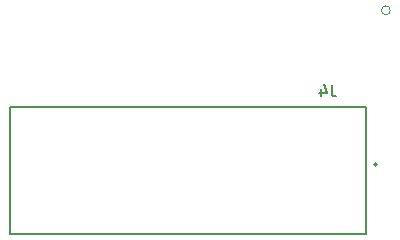
<source format=gbr>
%TF.GenerationSoftware,KiCad,Pcbnew,(6.0.5)*%
%TF.CreationDate,2022-07-15T11:56:51-06:00*%
%TF.ProjectId,25to25,3235746f-3235-42e6-9b69-6361645f7063,rev?*%
%TF.SameCoordinates,Original*%
%TF.FileFunction,Legend,Bot*%
%TF.FilePolarity,Positive*%
%FSLAX46Y46*%
G04 Gerber Fmt 4.6, Leading zero omitted, Abs format (unit mm)*
G04 Created by KiCad (PCBNEW (6.0.5)) date 2022-07-15 11:56:51*
%MOMM*%
%LPD*%
G01*
G04 APERTURE LIST*
%ADD10C,0.150000*%
%ADD11C,0.200000*%
%ADD12C,0.127000*%
%ADD13C,0.120000*%
G04 APERTURE END LIST*
D10*
%TO.C,J4*%
X161703366Y-72922656D02*
X161703366Y-73636942D01*
X161750985Y-73779799D01*
X161846223Y-73875037D01*
X161989080Y-73922656D01*
X162084318Y-73922656D01*
X160798604Y-73255990D02*
X160798604Y-73922656D01*
X161036699Y-72875037D02*
X161274794Y-73589323D01*
X160655747Y-73589323D01*
D11*
X165520033Y-79683276D02*
G75*
G03*
X165520033Y-79683276I-100000J0D01*
G01*
D12*
X134495033Y-74855276D02*
X134495033Y-85525276D01*
X164595033Y-85525276D02*
X134495033Y-85525276D01*
X164595033Y-85525276D02*
X164595033Y-74855276D01*
X164595033Y-74855276D02*
X134495033Y-74855276D01*
D13*
%TO.C,J3*%
X166671700Y-66630000D02*
G75*
G03*
X166671700Y-66630000I-381000J0D01*
G01*
%TD*%
M02*

</source>
